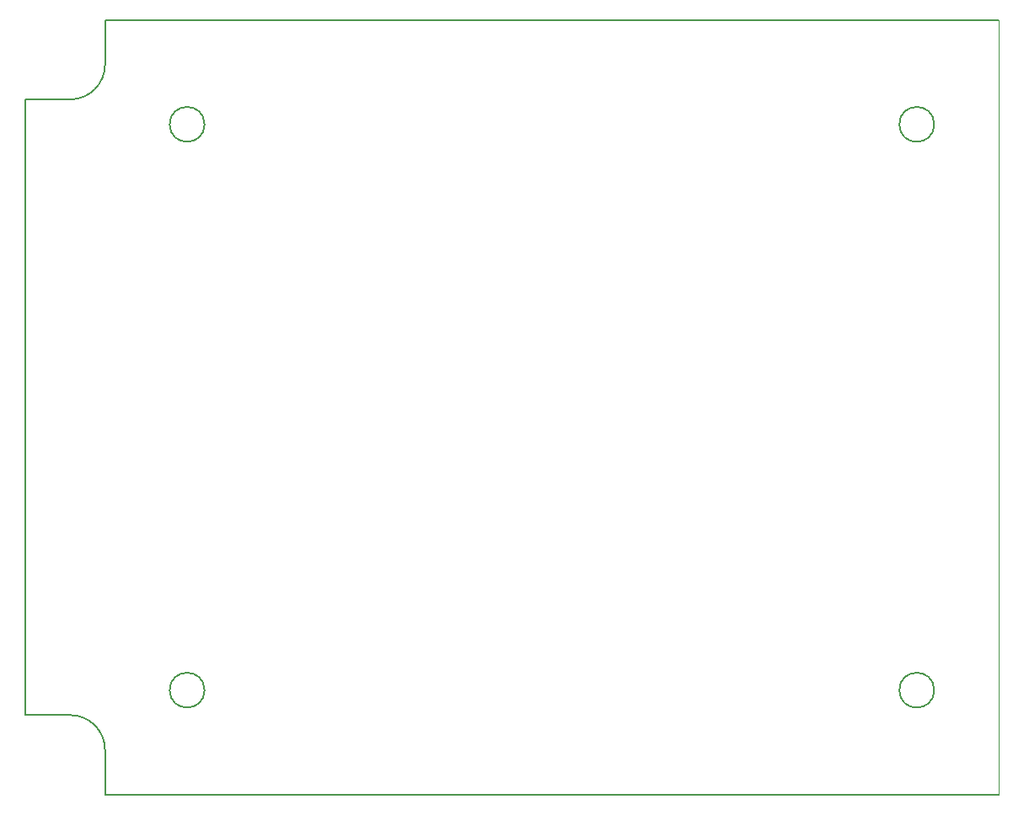
<source format=gbr>
%TF.GenerationSoftware,KiCad,Pcbnew,8.0.6*%
%TF.CreationDate,2025-02-19T13:51:36-05:00*%
%TF.ProjectId,HB-IC,48422d49-432e-46b6-9963-61645f706362,rev?*%
%TF.SameCoordinates,Original*%
%TF.FileFunction,Profile,NP*%
%FSLAX46Y46*%
G04 Gerber Fmt 4.6, Leading zero omitted, Abs format (unit mm)*
G04 Created by KiCad (PCBNEW 8.0.6) date 2025-02-19 13:51:36*
%MOMM*%
%LPD*%
G01*
G04 APERTURE LIST*
%TA.AperFunction,Profile*%
%ADD10C,0.050000*%
%TD*%
%TA.AperFunction,Profile*%
%ADD11C,0.200000*%
%TD*%
G04 APERTURE END LIST*
D10*
X157521270Y-44130270D02*
X157521270Y-122032070D01*
D11*
X77725900Y-111529170D02*
G75*
G02*
X74220700Y-111529170I-1752600J0D01*
G01*
X74220700Y-111529170D02*
G75*
G02*
X77725900Y-111529170I1752600J0D01*
G01*
X64224565Y-114032340D02*
X59730000Y-114032340D01*
X64224565Y-114032340D02*
G75*
G02*
X67729725Y-117537540I0J-3505160D01*
G01*
X67729730Y-44130270D02*
X157521270Y-44130270D01*
X67729730Y-48624700D02*
X67729730Y-44130270D01*
X67729730Y-48624700D02*
G75*
G02*
X64245646Y-52130000I-3505365J0D01*
G01*
X157521270Y-122032070D02*
X67729730Y-122032070D01*
X77725900Y-54633170D02*
G75*
G02*
X74220700Y-54633170I-1752600J0D01*
G01*
X74220700Y-54633170D02*
G75*
G02*
X77725900Y-54633170I1752600J0D01*
G01*
X59730000Y-52130000D02*
X64245646Y-52130000D01*
X151030300Y-111529170D02*
G75*
G02*
X147525100Y-111529170I-1752600J0D01*
G01*
X147525100Y-111529170D02*
G75*
G02*
X151030300Y-111529170I1752600J0D01*
G01*
X67729730Y-122032070D02*
X67729730Y-117537540D01*
X151030300Y-54633170D02*
G75*
G02*
X147525100Y-54633170I-1752600J0D01*
G01*
X147525100Y-54633170D02*
G75*
G02*
X151030300Y-54633170I1752600J0D01*
G01*
X59730000Y-114032340D02*
X59730000Y-52130000D01*
M02*

</source>
